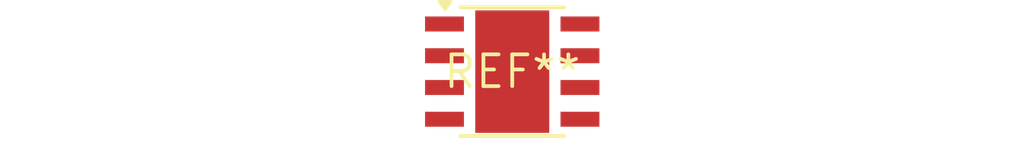
<source format=kicad_pcb>
(kicad_pcb (version 20240108) (generator pcbnew)
  (layers (0 "F.Cu" signal) (31 "B.Cu" signal) (34 "B.Paste" user) (35 "F.Paste" user) (36 "B.SilkS" user "B.Silkscreen") (37 "F.SilkS" user "F.Silkscreen") (38 "B.Mask" user) (39 "F.Mask" user) (44 "Edge.Cuts" user))
  (net 0 "")
  (footprint "Texas_HSOP-8-1EP_3.9x4.9mm_P1.27mm" (layer "F.Cu") (at 0 0)
    (property "Reference" "REF**")
    (property "Value" "Texas_HSOP-8-1EP_3.9x4.9mm_P1.27mm")
    (fp_line (start -2.075 -2.575) (end 2.075 -2.575) (layer "F.SilkS") (stroke (width 0.15)))
    (fp_line (start -2.075 2.575) (end 2.075 2.575) (layer "F.SilkS") (stroke (width 0.15)))
    (fp_poly (pts (xy -2.675 -2.475) (xy -2.915 -2.805) (xy -2.435 -2.805) (xy -2.675 -2.475)) (layer "F.SilkS") (stroke (width 0.12)) (fill solid))
    (pad "1" smd rect (at -2.7 -1.905) (size 1.55 0.6) (layers "F.Cu" "F.Paste" "F.Mask"))
    (pad "2" smd rect (at -2.7 -0.635) (size 1.55 0.6) (layers "F.Cu" "F.Paste" "F.Mask"))
    (pad "3" smd rect (at -2.7 0.635) (size 1.55 0.6) (layers "F.Cu" "F.Paste" "F.Mask"))
    (pad "4" smd rect (at -2.7 1.905) (size 1.55 0.6) (layers "F.Cu" "F.Paste" "F.Mask"))
    (pad "5" smd rect (at 2.7 1.905) (size 1.55 0.6) (layers "F.Cu" "F.Paste" "F.Mask"))
    (pad "6" smd rect (at 2.7 0.635) (size 1.55 0.6) (layers "F.Cu" "F.Paste" "F.Mask"))
    (pad "7" smd rect (at 2.7 -0.635) (size 1.55 0.6) (layers "F.Cu" "F.Paste" "F.Mask"))
    (pad "8" smd rect (at 2.7 -1.905) (size 1.55 0.6) (layers "F.Cu" "F.Paste" "F.Mask"))
    (pad "9" smd rect (at 0 0) (size 2.95 4.9) (layers "F.Cu"))
  )
)
</source>
